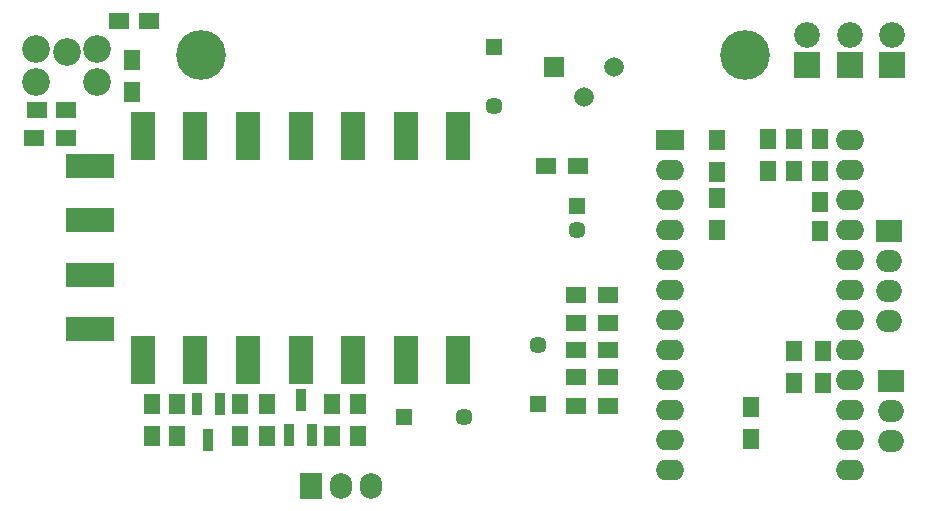
<source format=gts>
G04 #@! TF.FileFunction,Soldermask,Top*
%FSLAX46Y46*%
G04 Gerber Fmt 4.6, Leading zero omitted, Abs format (unit mm)*
G04 Created by KiCad (PCBNEW 4.0.1-stable) date Söndag 13 Mars 2016 12:17:34*
%MOMM*%
G01*
G04 APERTURE LIST*
%ADD10C,0.100000*%
%ADD11C,4.216400*%
%ADD12R,1.452400X1.452400*%
%ADD13C,1.452400*%
%ADD14R,1.652400X1.402400*%
%ADD15R,2.184400X2.184400*%
%ADD16O,2.184400X2.184400*%
%ADD17C,2.352400*%
%ADD18R,1.452400X1.652400*%
%ADD19R,1.652400X1.452400*%
%ADD20R,1.879600X2.184400*%
%ADD21O,1.879600X2.184400*%
%ADD22R,0.952500X1.953260*%
%ADD23C,1.662400*%
%ADD24R,1.662400X1.662400*%
%ADD25R,2.438400X1.727200*%
%ADD26O,2.438400X1.727200*%
%ADD27R,1.402400X1.652400*%
%ADD28R,2.184400X1.879600*%
%ADD29O,2.184400X1.879600*%
%ADD30R,2.152400X4.152400*%
%ADD31R,4.152400X2.152400*%
G04 APERTURE END LIST*
D10*
D11*
X108900000Y-97600000D03*
D12*
X126100000Y-128300000D03*
D13*
X131100000Y-128300000D03*
D12*
X140700000Y-110400000D03*
D13*
X140700000Y-112400000D03*
D12*
X137400000Y-127200000D03*
D13*
X137400000Y-122200000D03*
D14*
X104450000Y-94700000D03*
X101950000Y-94700000D03*
X97450000Y-102300000D03*
X94950000Y-102300000D03*
D15*
X160200000Y-98500000D03*
D16*
X160200000Y-95960000D03*
D15*
X163800000Y-98500000D03*
D16*
X163800000Y-95960000D03*
D15*
X167400000Y-98500000D03*
D16*
X167400000Y-95960000D03*
D17*
X97500000Y-97400000D03*
X94900000Y-99900000D03*
X100100000Y-99900000D03*
X100100000Y-97100000D03*
X94900000Y-97100000D03*
D18*
X103000000Y-98050000D03*
X103000000Y-100750000D03*
D19*
X97450000Y-104600000D03*
X94750000Y-104600000D03*
D20*
X118200000Y-134100000D03*
D21*
X120740000Y-134100000D03*
X123280000Y-134100000D03*
D22*
X116350000Y-129801140D03*
X118250000Y-129801140D03*
X117300000Y-126798860D03*
X110450000Y-127198860D03*
X108550000Y-127198860D03*
X109500000Y-130201140D03*
D18*
X159100000Y-122650000D03*
X159100000Y-125350000D03*
D19*
X140650000Y-127300000D03*
X143350000Y-127300000D03*
X140650000Y-124900000D03*
X143350000Y-124900000D03*
X140650000Y-122600000D03*
X143350000Y-122600000D03*
X140650000Y-120300000D03*
X143350000Y-120300000D03*
D18*
X120000000Y-129850000D03*
X120000000Y-127150000D03*
X122200000Y-129850000D03*
X122200000Y-127150000D03*
X106800000Y-127150000D03*
X106800000Y-129850000D03*
X104700000Y-127150000D03*
X104700000Y-129850000D03*
X161500000Y-122650000D03*
X161500000Y-125350000D03*
X156900000Y-107450000D03*
X156900000Y-104750000D03*
X159100000Y-107450000D03*
X159100000Y-104750000D03*
X161300000Y-107450000D03*
X161300000Y-104750000D03*
D19*
X140650000Y-117900000D03*
X143350000Y-117900000D03*
X138050000Y-107000000D03*
X140750000Y-107000000D03*
D18*
X112200000Y-129850000D03*
X112200000Y-127150000D03*
X152600000Y-107550000D03*
X152600000Y-104850000D03*
X152600000Y-109750000D03*
X152600000Y-112450000D03*
X155400000Y-127450000D03*
X155400000Y-130150000D03*
X114500000Y-127150000D03*
X114500000Y-129850000D03*
D23*
X143880000Y-98600000D03*
D24*
X138800000Y-98600000D03*
D23*
X141340000Y-101140000D03*
D25*
X148590000Y-104830000D03*
D26*
X148590000Y-107370000D03*
X148590000Y-109910000D03*
X148590000Y-112450000D03*
X148590000Y-114990000D03*
X148590000Y-117530000D03*
X148590000Y-120070000D03*
X148590000Y-122610000D03*
X148590000Y-125150000D03*
X148590000Y-127690000D03*
X148590000Y-130230000D03*
X148590000Y-132770000D03*
X163830000Y-132770000D03*
X163830000Y-130230000D03*
X163830000Y-127690000D03*
X163830000Y-125150000D03*
X163830000Y-122610000D03*
X163830000Y-120070000D03*
X163830000Y-117530000D03*
X163830000Y-114990000D03*
X163830000Y-112450000D03*
X163830000Y-109910000D03*
X163830000Y-107370000D03*
X163830000Y-104830000D03*
D27*
X161300000Y-112550000D03*
X161300000Y-110050000D03*
D12*
X133700000Y-96900000D03*
D13*
X133700000Y-101900000D03*
D28*
X167300000Y-125200000D03*
D29*
X167300000Y-127740000D03*
X167300000Y-130280000D03*
D28*
X167100000Y-112500000D03*
D29*
X167100000Y-115040000D03*
X167100000Y-117580000D03*
X167100000Y-120120000D03*
D30*
X130650000Y-123400000D03*
X126200000Y-123400000D03*
X121750000Y-123400000D03*
X117300000Y-123400000D03*
X112850000Y-123400000D03*
X108400000Y-123400000D03*
X103950000Y-123400000D03*
X130650000Y-104500000D03*
X126200000Y-104500000D03*
X121750000Y-104500000D03*
X117300000Y-104500000D03*
X112850000Y-104500000D03*
X108400000Y-104500000D03*
X103950000Y-104500000D03*
D31*
X99500000Y-120800000D03*
X99500000Y-116200000D03*
X99500000Y-111600000D03*
X99500000Y-107000000D03*
D11*
X154900000Y-97600000D03*
M02*

</source>
